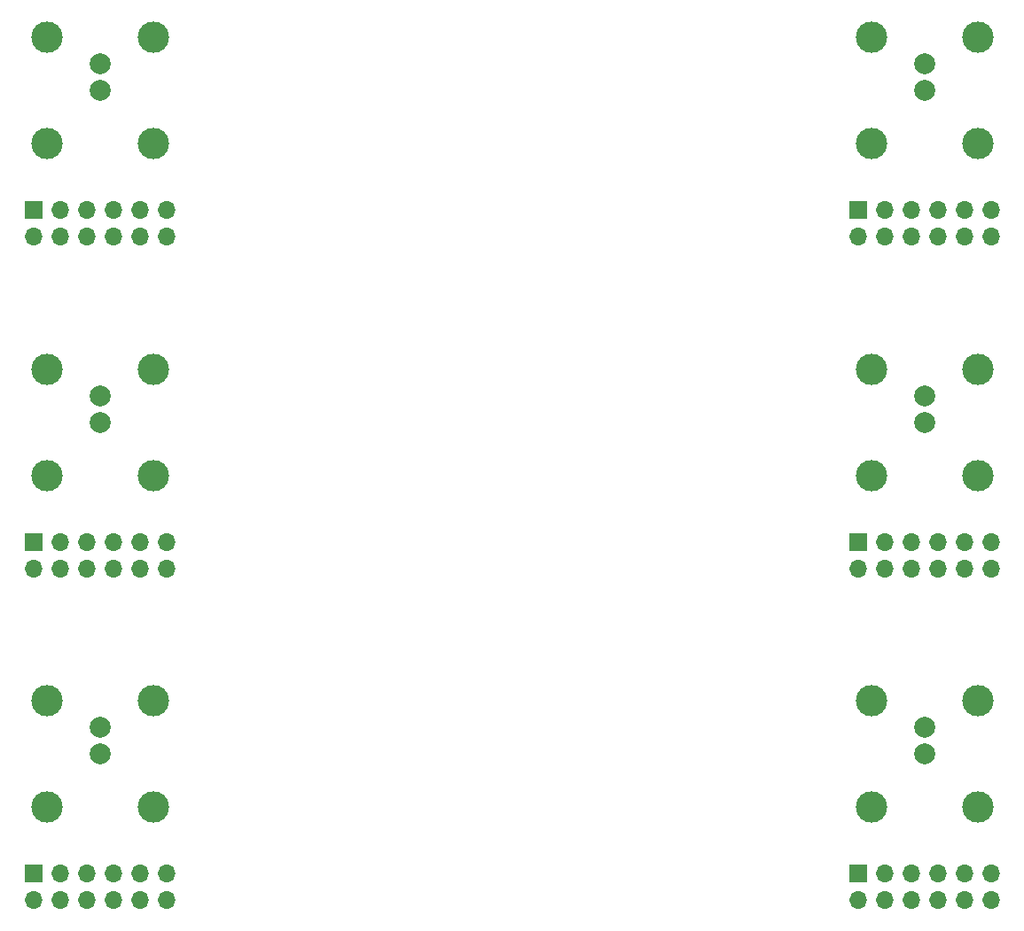
<source format=gbs>
G04 #@! TF.GenerationSoftware,KiCad,Pcbnew,6.0.9-8da3e8f707~116~ubuntu20.04.1*
G04 #@! TF.CreationDate,2023-03-20T21:31:30+01:00*
G04 #@! TF.ProjectId,six_to_six_vertical,7369785f-746f-45f7-9369-785f76657274,rev?*
G04 #@! TF.SameCoordinates,Original*
G04 #@! TF.FileFunction,Soldermask,Bot*
G04 #@! TF.FilePolarity,Negative*
%FSLAX46Y46*%
G04 Gerber Fmt 4.6, Leading zero omitted, Abs format (unit mm)*
G04 Created by KiCad (PCBNEW 6.0.9-8da3e8f707~116~ubuntu20.04.1) date 2023-03-20 21:31:30*
%MOMM*%
%LPD*%
G01*
G04 APERTURE LIST*
%ADD10R,1.700000X1.700000*%
%ADD11O,1.700000X1.700000*%
%ADD12C,2.000000*%
%ADD13C,3.000000*%
G04 APERTURE END LIST*
D10*
X101600000Y-101600000D03*
D11*
X101600000Y-104140000D03*
X104140000Y-101600000D03*
X104140000Y-104140000D03*
X106680000Y-101600000D03*
X106680000Y-104140000D03*
X109220000Y-101600000D03*
X109220000Y-104140000D03*
X111760000Y-101600000D03*
X111760000Y-104140000D03*
X114300000Y-101600000D03*
X114300000Y-104140000D03*
D10*
X101600000Y-69900000D03*
D11*
X101600000Y-72440000D03*
X104140000Y-69900000D03*
X104140000Y-72440000D03*
X106680000Y-69900000D03*
X106680000Y-72440000D03*
X109220000Y-69900000D03*
X109220000Y-72440000D03*
X111760000Y-69900000D03*
X111760000Y-72440000D03*
X114300000Y-69900000D03*
X114300000Y-72440000D03*
D10*
X180340000Y-133300000D03*
D11*
X180340000Y-135840000D03*
X182880000Y-133300000D03*
X182880000Y-135840000D03*
X185420000Y-133300000D03*
X185420000Y-135840000D03*
X187960000Y-133300000D03*
X187960000Y-135840000D03*
X190500000Y-133300000D03*
X190500000Y-135840000D03*
X193040000Y-133300000D03*
X193040000Y-135840000D03*
D10*
X101600000Y-133300000D03*
D11*
X101600000Y-135840000D03*
X104140000Y-133300000D03*
X104140000Y-135840000D03*
X106680000Y-133300000D03*
X106680000Y-135840000D03*
X109220000Y-133300000D03*
X109220000Y-135840000D03*
X111760000Y-133300000D03*
X111760000Y-135840000D03*
X114300000Y-133300000D03*
X114300000Y-135840000D03*
D10*
X180340000Y-69900000D03*
D11*
X180340000Y-72440000D03*
X182880000Y-69900000D03*
X182880000Y-72440000D03*
X185420000Y-69900000D03*
X185420000Y-72440000D03*
X187960000Y-69900000D03*
X187960000Y-72440000D03*
X190500000Y-69900000D03*
X190500000Y-72440000D03*
X193040000Y-69900000D03*
X193040000Y-72440000D03*
D10*
X180340000Y-101600000D03*
D11*
X180340000Y-104140000D03*
X182880000Y-101600000D03*
X182880000Y-104140000D03*
X185420000Y-101600000D03*
X185420000Y-104140000D03*
X187960000Y-101600000D03*
X187960000Y-104140000D03*
X190500000Y-101600000D03*
X190500000Y-104140000D03*
X193040000Y-101600000D03*
X193040000Y-104140000D03*
D12*
X107950000Y-58470000D03*
D13*
X102870000Y-63550000D03*
X113030000Y-63550000D03*
D12*
X107950000Y-55930000D03*
D13*
X102870000Y-53390000D03*
X113030000Y-53390000D03*
D12*
X186690000Y-58470000D03*
D13*
X181610000Y-63550000D03*
X191770000Y-63550000D03*
X191770000Y-53390000D03*
X181610000Y-53390000D03*
D12*
X186690000Y-55930000D03*
X107950000Y-90170000D03*
D13*
X102870000Y-95250000D03*
X102870000Y-85090000D03*
X113030000Y-85090000D03*
X113030000Y-95250000D03*
D12*
X107950000Y-87630000D03*
X186690000Y-90170000D03*
X186690000Y-87630000D03*
D13*
X191770000Y-95250000D03*
X181610000Y-95250000D03*
X181610000Y-85090000D03*
X191770000Y-85090000D03*
D12*
X186690000Y-121870000D03*
D13*
X181610000Y-116790000D03*
D12*
X186690000Y-119330000D03*
D13*
X191770000Y-116790000D03*
X181610000Y-126950000D03*
X191770000Y-126950000D03*
X113030000Y-116790000D03*
X113030000Y-126950000D03*
D12*
X107950000Y-119330000D03*
D13*
X102870000Y-126950000D03*
X102870000Y-116790000D03*
D12*
X107950000Y-121870000D03*
M02*

</source>
